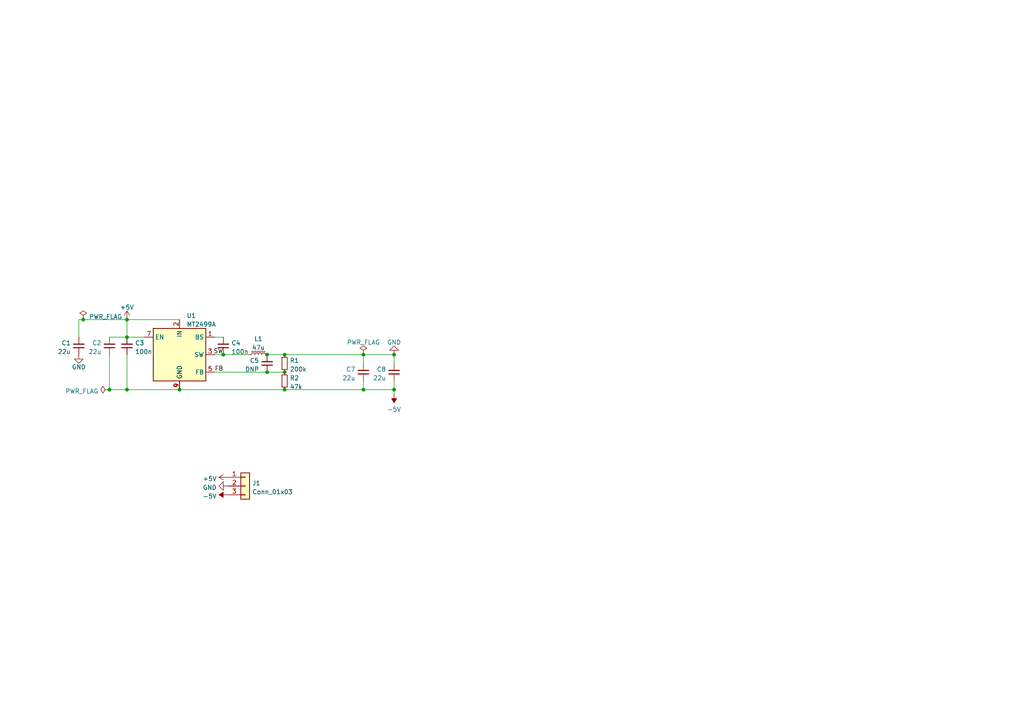
<source format=kicad_sch>
(kicad_sch (version 20211123) (generator eeschema)
  (paper "A4")
  (lib_symbols
    (symbol "Connector_Generic:Conn_01x03" (pin_names (offset 1.016) hide)
      (property "Reference" "J" (at 0 5.08 0))
      (property "Value" "Conn_01x03" (at 0 -5.08 0))
      (symbol "Conn_01x03_1_1"
        (rectangle (start -1.27 -2.413) (end 0 -2.667) (stroke (width 0.1524)))
        (rectangle (start -1.27 0.127) (end 0 -0.127) (stroke (width 0.1524)))
        (rectangle (start -1.27 2.667) (end 0 2.413) (stroke (width 0.1524)))
        (rectangle (start -1.27 3.81) (end 1.27 -3.81) (stroke (width 0.254)) (fill (type background)))
        (pin passive line (at -5.08 2.54 0) (length 3.81) (name "Pin_1") (number "1"))
        (pin passive line (at -5.08 0 0) (length 3.81) (name "Pin_2") (number "2"))
        (pin passive line (at -5.08 -2.54 0) (length 3.81) (name "Pin_3") (number "3"))
      )
    )
    (symbol "Device:C_Small" (pin_numbers hide) (pin_names (offset 0.254) hide)
      (property "Reference" "C" (at 0.254 1.778 0))
      (property "Value" "C_Small" (at 0.254 -2.032 0))
      (symbol "C_Small_0_1"
        (polyline (pts (xy -1.524 -0.508) (xy 1.524 -0.508)) (stroke (width 0.3302)))
        (polyline (pts (xy -1.524 0.508) (xy 1.524 0.508)) (stroke (width 0.3048)))
      )
      (symbol "C_Small_1_1"
        (pin passive line (at 0 2.54 270) (length 2.032) (name "~") (number "1"))
        (pin passive line (at 0 -2.54 90) (length 2.032) (name "~") (number "2"))
      )
    )
    (symbol "Device:L_Ferrite_Small" (pin_numbers hide) (pin_names (offset 0.254) hide)
      (property "Reference" "L" (at 1.27 1.016 0))
      (property "Value" "L_Ferrite_Small" (at 1.27 -1.27 0))
      (symbol "L_Ferrite_Small_0_1"
        (arc (start 0 -2.032) (mid 0.508 -1.524) (end 0 -1.016))
        (arc (start 0 -1.016) (mid 0.508 -0.508) (end 0 0))
        (polyline (pts (xy 0.762 -1.905) (xy 0.762 -1.651)))
        (polyline (pts (xy 0.762 -1.397) (xy 0.762 -1.143)))
        (polyline (pts (xy 0.762 -0.889) (xy 0.762 -0.635)))
        (polyline (pts (xy 0.762 -0.381) (xy 0.762 -0.127)))
        (polyline (pts (xy 0.762 0.127) (xy 0.762 0.381)))
        (polyline (pts (xy 0.762 0.635) (xy 0.762 0.889)))
        (polyline (pts (xy 0.762 1.143) (xy 0.762 1.397)))
        (polyline (pts (xy 0.762 1.651) (xy 0.762 1.905)))
        (polyline (pts (xy 1.016 -1.651) (xy 1.016 -1.905)))
        (polyline (pts (xy 1.016 -1.143) (xy 1.016 -1.397)))
        (polyline (pts (xy 1.016 -0.635) (xy 1.016 -0.889)))
        (polyline (pts (xy 1.016 -0.127) (xy 1.016 -0.381)))
        (polyline (pts (xy 1.016 0.381) (xy 1.016 0.127)))
        (polyline (pts (xy 1.016 0.889) (xy 1.016 0.635)))
        (polyline (pts (xy 1.016 1.397) (xy 1.016 1.143)))
        (polyline (pts (xy 1.016 1.905) (xy 1.016 1.651)))
        (arc (start 0 0) (mid 0.508 0.508) (end 0 1.016))
        (arc (start 0 1.016) (mid 0.508 1.524) (end 0 2.032))
      )
      (symbol "L_Ferrite_Small_1_1"
        (pin passive line (at 0 2.54 270) (length 0.508) (name "~") (number "1"))
        (pin passive line (at 0 -2.54 90) (length 0.508) (name "~") (number "2"))
      )
    )
    (symbol "Device:R_Small" (pin_numbers hide) (pin_names (offset 0.254) hide)
      (property "Reference" "R" (at 0.762 0.508 0))
      (property "Value" "R_Small" (at 0.762 -1.016 0))
      (symbol "R_Small_0_1"
        (rectangle (start -0.762 1.778) (end 0.762 -1.778) (stroke (width 0.2032)))
      )
      (symbol "R_Small_1_1"
        (pin passive line (at 0 2.54 270) (length 0.762) (name "~") (number "1"))
        (pin passive line (at 0 -2.54 90) (length 0.762) (name "~") (number "2"))
      )
    )
    (symbol "Lib:MT2499A"
      (property "Reference" "U" (at -7.366 8.636 0))
      (property "Value" "MT2499A" (at 6.985 8.89 0))
      (symbol "MT2499A_0_1"
        (rectangle (start -7.62 7.62) (end 7.62 -7.62) (stroke (width 0.254)) (fill (type background)))
      )
      (symbol "MT2499A_1_1"
        (pin passive line (at 10.16 5.08 180) (length 2.54) (name "BS") (number "1"))
        (pin power_in line (at 0 10.16 270) (length 2.54) (name "IN") (number "2"))
        (pin output line (at 10.16 0 180) (length 2.54) (name "SW") (number "3"))
        (pin power_in line (at 0 -10.16 90) (length 2.54) (name "GND") (number "4"))
        (pin input line (at 10.16 -5.08 180) (length 2.54) (name "FB") (number "5"))
        (pin no_connect line (at -10.16 -5.08 0) (length 2.54) hide (name "COMP") (number "6"))
        (pin input line (at -10.16 5.08 0) (length 2.54) (name "EN") (number "7"))
        (pin no_connect line (at -10.16 0 0) (length 2.54) hide (name "SS") (number "8"))
        (pin power_in line (at 0 -10.16 90) (length 2.54) (name "GND") (number "9"))
      )
    )
    (symbol "power:+5V" (power) (pin_names (offset 0))
      (property "Value" "+5V" (at 0 3.556 0))
      (symbol "+5V_0_1"
        (polyline (pts (xy -0.762 1.27) (xy 0 2.54)))
        (polyline (pts (xy 0 0) (xy 0 2.54)))
        (polyline (pts (xy 0 2.54) (xy 0.762 1.27)))
      )
      (symbol "+5V_1_1"
        (pin power_in line (at 0 0 90) (length 0) hide (name "+5V") (number "1"))
      )
    )
    (symbol "power:-5V" (power) (pin_names (offset 0))
      (property "Value" "-5V" (at 0 3.81 0))
      (symbol "-5V_0_0"
        (pin power_in line (at 0 0 90) (length 0) hide (name "-5V") (number "1"))
      )
      (symbol "-5V_0_1"
        (polyline (pts (xy 0 0) (xy 0 1.27) (xy 0.762 1.27) (xy 0 2.54) (xy -0.762 1.27) (xy 0 1.27)) (fill (type outline)))
      )
    )
    (symbol "power:GND" (power) (pin_names (offset 0))
      (property "Value" "GND" (at 0 -3.81 0))
      (symbol "GND_0_1"
        (polyline (pts (xy 0 0) (xy 0 -1.27) (xy 1.27 -1.27) (xy 0 -2.54) (xy -1.27 -1.27) (xy 0 -1.27)))
      )
      (symbol "GND_1_1"
        (pin power_in line (at 0 0 270) (length 0) hide (name "GND") (number "1"))
      )
    )
    (symbol "power:PWR_FLAG" (power) (pin_numbers hide) (pin_names (offset 0) hide)
      (property "Value" "PWR_FLAG" (at 0 3.81 0))
      (symbol "PWR_FLAG_0_0"
        (pin power_out line (at 0 0 90) (length 0) (name "pwr") (number "1"))
      )
      (symbol "PWR_FLAG_0_1"
        (polyline (pts (xy 0 0) (xy 0 1.27) (xy -1.016 1.905) (xy 0 2.54) (xy 1.016 1.905) (xy 0 1.27)))
      )
    )
  )
  (junction (at 77.47 107.95))
  (junction (at 114.3 113.03))
  (junction (at 114.3 102.87))
  (junction (at 36.83 92.71))
  (junction (at 64.77 102.87))
  (junction (at 82.55 107.95))
  (junction (at 77.47 102.87))
  (junction (at 82.55 113.03))
  (junction (at 31.75 113.03))
  (junction (at 105.41 102.87))
  (junction (at 24.13 92.71))
  (junction (at 36.83 97.79))
  (junction (at 82.55 102.87))
  (junction (at 105.41 113.03))
  (junction (at 52.07 113.03))
  (junction (at 36.83 113.03))
  (wire (pts (xy 36.83 102.87) (xy 36.83 113.03)))
  (wire (pts (xy 62.23 97.79) (xy 64.77 97.79)))
  (wire (pts (xy 36.83 113.03) (xy 52.07 113.03)))
  (wire (pts (xy 114.3 114.3) (xy 114.3 113.03)))
  (wire (pts (xy 105.41 113.03) (xy 114.3 113.03)))
  (wire (pts (xy 114.3 113.03) (xy 114.3 110.49)))
  (wire (pts (xy 36.83 92.71) (xy 36.83 97.79)))
  (wire (pts (xy 31.75 102.87) (xy 31.75 113.03)))
  (wire (pts (xy 64.77 102.87) (xy 72.39 102.87)))
  (wire (pts (xy 62.23 107.95) (xy 77.47 107.95)))
  (wire (pts (xy 52.07 113.03) (xy 82.55 113.03)))
  (wire (pts (xy 31.75 113.03) (xy 36.83 113.03)))
  (wire (pts (xy 114.3 102.87) (xy 105.41 102.87)))
  (wire (pts (xy 105.41 102.87) (xy 105.41 105.41)))
  (wire (pts (xy 36.83 97.79) (xy 41.91 97.79)))
  (wire (pts (xy 22.86 92.71) (xy 22.86 97.79)))
  (wire (pts (xy 82.55 113.03) (xy 105.41 113.03)))
  (wire (pts (xy 24.13 92.71) (xy 22.86 92.71)))
  (wire (pts (xy 82.55 102.87) (xy 105.41 102.87)))
  (wire (pts (xy 31.75 97.79) (xy 36.83 97.79)))
  (wire (pts (xy 36.83 92.71) (xy 24.13 92.71)))
  (wire (pts (xy 62.23 102.87) (xy 64.77 102.87)))
  (wire (pts (xy 114.3 102.87) (xy 114.3 105.41)))
  (wire (pts (xy 36.83 92.71) (xy 52.07 92.71)))
  (wire (pts (xy 77.47 107.95) (xy 82.55 107.95)))
  (wire (pts (xy 77.47 102.87) (xy 82.55 102.87)))
  (wire (pts (xy 105.41 110.49) (xy 105.41 113.03)))
  (label "FB" (at 62.23 107.95 0))
  (label "SW" (at 64.77 102.87 180))
  (symbol (lib_id "Device:C_Small") (at 105.41 107.95 0) (mirror x) (unit 1)
    (property "Reference" "C7" (at 103.0859 107.1089 0) (effects (justify right)))
    (property "Value" "22u" (at 103.0859 109.6458 0) (effects (justify right)))
    (property "Footprint" "Capacitor_SMD:C_1210_3225Metric" (effects hide))
    (property "Description" "16V+" (effects hide))
    (property "AVL1" "any/open" (effects hide))
    (property "AVL2" "Samsung" (effects hide))
    (property "AVL2 P/N" "CL31A226KAHNNNE" (effects hide))
    (property "LCSC" "C12891" (effects hide))
  )
  (symbol (lib_id "power:PWR_FLAG") (at 31.75 113.03 90) (unit 1)
    (property "Reference" "#FLG0103" (effects hide))
    (property "Value" "PWR_FLAG" (at 28.5751 113.4638 90) (effects (justify left)))
  )
  (symbol (lib_id "power:+5V") (at 36.83 92.71 0) (unit 1)
    (property "Reference" "#PWR01" (effects hide))
    (property "Value" "+5V" (at 36.83 89.1342 0))
  )
  (symbol (lib_id "Device:C_Small") (at 114.3 107.95 0) (mirror x) (unit 1)
    (property "Reference" "C8" (at 111.9759 107.1089 0) (effects (justify right)))
    (property "Value" "22u" (at 111.9759 109.6458 0) (effects (justify right)))
    (property "Footprint" "Capacitor_SMD:C_1210_3225Metric" (effects hide))
    (property "Description" "16V+" (effects hide))
    (property "AVL1" "any/open" (effects hide))
    (property "AVL2" "Samsung" (effects hide))
    (property "AVL2 P/N" "CL31A226KAHNNNE" (effects hide))
    (property "LCSC" "C12891" (effects hide))
  )
  (symbol (lib_id "Device:C_Small") (at 31.75 100.33 0) (mirror x) (unit 1)
    (property "Reference" "C2" (at 29.4259 99.4889 0) (effects (justify right)))
    (property "Value" "22u" (at 29.4259 102.0258 0) (effects (justify right)))
    (property "Footprint" "Capacitor_SMD:C_1210_3225Metric" (effects hide))
    (property "Description" "16V+" (effects hide))
    (property "AVL1" "any/open" (effects hide))
    (property "AVL2" "Samsung" (effects hide))
    (property "AVL2 P/N" "CL31A226KAHNNNE" (effects hide))
    (property "LCSC" "C12891" (effects hide))
  )
  (symbol (lib_id "power:PWR_FLAG") (at 105.41 102.87 0) (unit 1)
    (property "Reference" "#FLG0101" (effects hide))
    (property "Value" "PWR_FLAG" (at 105.41 99.2942 0))
  )
  (symbol (lib_id "power:-5V") (at 114.3 114.3 180) (unit 1)
    (property "Reference" "#PWR04" (effects hide))
    (property "Value" "-5V" (at 114.3 118.7434 0))
  )
  (symbol (lib_id "Device:C_Small") (at 64.77 100.33 180) (unit 1)
    (property "Reference" "C4" (at 67.0941 99.4889 0) (effects (justify right)))
    (property "Value" "100n" (at 67.0941 102.0258 0) (effects (justify right)))
    (property "Footprint" "Capacitor_SMD:C_0603_1608Metric" (effects hide))
    (property "Description" "16V+" (effects hide))
    (property "AVL1" "any/open" (effects hide))
    (property "LCSC" "C14663" (effects hide))
  )
  (symbol (lib_id "Connector_Generic:Conn_01x03") (at 71.12 140.97 0) (unit 1)
    (property "Reference" "J1" (at 73.152 140.1353 0) (effects (justify left)))
    (property "Value" "Conn_01x03" (at 73.152 142.6722 0) (effects (justify left)))
    (property "Footprint" "Connector_PinHeader_2.54mm:PinHeader_1x03_P2.54mm_Vertical" (effects hide))
  )
  (symbol (lib_id "Device:R_Small") (at 82.55 110.49 0) (unit 1)
    (property "Reference" "R2" (at 84.0486 109.6553 0) (effects (justify left)))
    (property "Value" "47k" (at 84.0486 112.1922 0) (effects (justify left)))
    (property "Footprint" "Resistor_SMD:R_0603_1608Metric" (effects hide))
    (property "LCSC" "C25819" (effects hide))
  )
  (symbol (lib_id "power:-5V") (at 66.04 143.51 90) (unit 1)
    (property "Reference" "#PWR0102" (effects hide))
    (property "Value" "-5V" (at 62.8651 143.9438 90) (effects (justify left)))
  )
  (symbol (lib_id "power:GND") (at 114.3 102.87 180) (unit 1)
    (property "Reference" "#PWR03" (effects hide))
    (property "Value" "GND" (at 114.3 99.2942 0))
  )
  (symbol (lib_id "power:+5V") (at 66.04 138.43 90) (unit 1)
    (property "Reference" "#PWR0103" (effects hide))
    (property "Value" "+5V" (at 62.8651 138.8638 90) (effects (justify left)))
  )
  (symbol (lib_id "Device:R_Small") (at 82.55 105.41 0) (unit 1)
    (property "Reference" "R1" (at 84.0486 104.5753 0) (effects (justify left)))
    (property "Value" "200k" (at 84.0486 107.1122 0) (effects (justify left)))
    (property "Footprint" "Resistor_SMD:R_0603_1608Metric" (effects hide))
    (property "LCSC" "C22961" (effects hide))
  )
  (symbol (lib_id "Device:C_Small") (at 22.86 100.33 0) (mirror x) (unit 1)
    (property "Reference" "C1" (at 20.5359 99.4889 0) (effects (justify right)))
    (property "Value" "22u" (at 20.5359 102.0258 0) (effects (justify right)))
    (property "Footprint" "Capacitor_SMD:C_1210_3225Metric" (effects hide))
    (property "Description" "16V+" (effects hide))
    (property "AVL1" "any/open" (effects hide))
    (property "AVL2" "Samsung" (effects hide))
    (property "AVL2 P/N" "CL31A226KAHNNNE" (effects hide))
    (property "LCSC" "C12891" (effects hide))
  )
  (symbol (lib_id "Device:C_Small") (at 77.47 105.41 0) (mirror x) (unit 1)
    (property "Reference" "C5" (at 75.1459 104.5689 0) (effects (justify right)))
    (property "Value" "DNP" (at 75.1459 107.1058 0) (effects (justify right)))
    (property "Footprint" "Capacitor_SMD:C_0603_1608Metric" (effects hide))
    (property "Description" "16V+" (effects hide))
  )
  (symbol (lib_id "power:PWR_FLAG") (at 24.13 92.71 0) (unit 1)
    (property "Reference" "#FLG0102" (effects hide))
    (property "Value" "PWR_FLAG" (at 25.781 91.8738 0) (effects (justify left)))
  )
  (symbol (lib_id "Device:C_Small") (at 36.83 100.33 180) (unit 1)
    (property "Reference" "C3" (at 39.1541 99.4889 0) (effects (justify right)))
    (property "Value" "100n" (at 39.1541 102.0258 0) (effects (justify right)))
    (property "Footprint" "Capacitor_SMD:C_0603_1608Metric" (effects hide))
    (property "Description" "16V+" (effects hide))
    (property "AVL1" "any/open" (effects hide))
    (property "LCSC" "C14663" (effects hide))
  )
  (symbol (lib_id "Device:L_Ferrite_Small") (at 74.93 102.87 270) (mirror x) (unit 1)
    (property "Reference" "L1" (at 74.93 98.2812 90))
    (property "Value" "47u" (at 74.93 100.8181 90))
    (property "Footprint" "Inductor_SMD:L_Taiyo-Yuden_NR-50xx" (effects hide))
    (property "Description" "47uH+, 150mA+, R<500mohm" (effects hide))
    (property "LCSC" "C341038" (effects hide))
    (property "AVL1" "YJYCOIN" (effects hide))
    (property "AVL1 P/N" "YNR5040-470M" (effects hide))
    (property "AVL2" "any/open" (effects hide))
  )
  (symbol (lib_id "Lib:MT2499A") (at 52.07 102.87 0) (unit 1)
    (property "Reference" "U1" (at 54.0894 91.5502 0) (effects (justify left)))
    (property "Value" "MT2499A" (at 54.0894 94.0871 0) (effects (justify left)))
    (property "Footprint" "Package_SO:SOIC-8-1EP_3.9x4.9mm_P1.27mm_EP2.62x3.51mm_ThermalVias" (effects hide))
    (property "Datasheet" "https://datasheet.lcsc.com/lcsc/2205121200_XI-AN-Aerosemi-Tech-MT2499A_C3007555.pdf" (effects hide))
    (property "LCSC" "C3007555" (effects hide))
  )
  (symbol (lib_id "power:GND") (at 66.04 140.97 270) (unit 1)
    (property "Reference" "#PWR0101" (effects hide))
    (property "Value" "GND" (at 62.8651 141.4038 90) (effects (justify right)))
  )
  (symbol (lib_id "power:GND") (at 22.86 102.87 0) (unit 1)
    (property "Reference" "#PWR02" (effects hide))
    (property "Value" "GND" (at 22.86 106.4458 0))
  )
)
</source>
